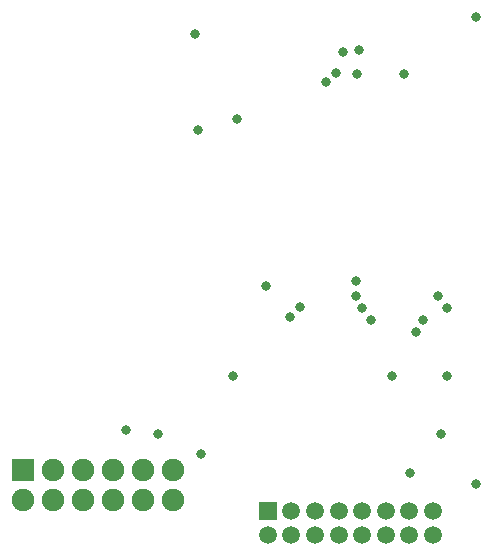
<source format=gbr>
%FSTAX23Y23*%
%MOIN*%
%SFA1B1*%

%IPPOS*%
%ADD35R,0.074929X0.074929*%
%ADD36C,0.074929*%
%ADD37C,0.059181*%
%ADD38R,0.059181X0.059181*%
%ADD39C,0.031622*%
%ADD40C,0.031653*%
%LNpcb1_soldermask_bot-1*%
%LPD*%
G54D35*
X00445Y00805D03*
G54D36*
X00545Y00805D03*
X00645D03*
X00745D03*
X00845D03*
X00945D03*
X00445Y00705D03*
X00545D03*
X00645D03*
X00745D03*
X00845D03*
X00945D03*
G54D37*
X01812Y0059D03*
X01733D03*
X01655D03*
X01576D03*
X01497D03*
X01418D03*
X0134D03*
X01261D03*
X01812Y00668D03*
X01733D03*
X01655D03*
X01576D03*
X01497D03*
X01418D03*
X0134D03*
G54D38*
X01261Y00668D03*
G54D39*
X0079Y0094D03*
X00895Y00925D03*
G54D40*
X0102Y0226D03*
X01028Y0194D03*
X01146Y0112D03*
X0116Y01975D03*
X0183Y01385D03*
X01755Y01265D03*
X01575Y01345D03*
X01558Y02125D03*
X01038Y0086D03*
X01511Y022D03*
X01565Y02205D03*
X0149Y0213D03*
X01955Y0076D03*
X01735Y00795D03*
X0184Y00925D03*
X0178Y01305D03*
X01605D03*
X01715Y02125D03*
X01955Y02315D03*
X0137Y0135D03*
X01555Y01435D03*
Y01385D03*
X01255Y0142D03*
X01455Y021D03*
X0186Y0112D03*
Y01345D03*
X01335Y01315D03*
X01675Y0112D03*
M02*
</source>
